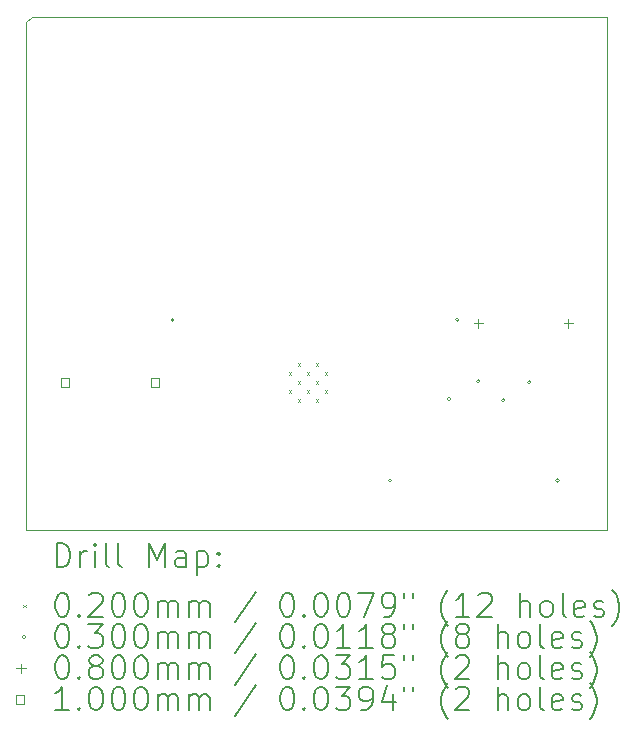
<source format=gbr>
%TF.GenerationSoftware,KiCad,Pcbnew,8.0.8*%
%TF.CreationDate,2025-05-02T10:20:33-04:00*%
%TF.ProjectId,esp32,65737033-322e-46b6-9963-61645f706362,rev?*%
%TF.SameCoordinates,Original*%
%TF.FileFunction,Drillmap*%
%TF.FilePolarity,Positive*%
%FSLAX45Y45*%
G04 Gerber Fmt 4.5, Leading zero omitted, Abs format (unit mm)*
G04 Created by KiCad (PCBNEW 8.0.8) date 2025-05-02 10:20:33*
%MOMM*%
%LPD*%
G01*
G04 APERTURE LIST*
%ADD10C,0.038100*%
%ADD11C,0.200000*%
%ADD12C,0.100000*%
G04 APERTURE END LIST*
D10*
X11390000Y-11150000D02*
X16310000Y-11150000D01*
X11440000Y-6810000D02*
X11390000Y-6850000D01*
X11390000Y-6850000D02*
X11390000Y-11150000D01*
X16310000Y-6810000D02*
X11440000Y-6810000D01*
X16310000Y-11150000D02*
X16310000Y-6810000D01*
D11*
D12*
X13613750Y-9813750D02*
X13633750Y-9833750D01*
X13633750Y-9813750D02*
X13613750Y-9833750D01*
X13613750Y-9966250D02*
X13633750Y-9986250D01*
X13633750Y-9966250D02*
X13613750Y-9986250D01*
X13690000Y-9737500D02*
X13710000Y-9757500D01*
X13710000Y-9737500D02*
X13690000Y-9757500D01*
X13690000Y-9890000D02*
X13710000Y-9910000D01*
X13710000Y-9890000D02*
X13690000Y-9910000D01*
X13690000Y-10042500D02*
X13710000Y-10062500D01*
X13710000Y-10042500D02*
X13690000Y-10062500D01*
X13766250Y-9813750D02*
X13786250Y-9833750D01*
X13786250Y-9813750D02*
X13766250Y-9833750D01*
X13766250Y-9966250D02*
X13786250Y-9986250D01*
X13786250Y-9966250D02*
X13766250Y-9986250D01*
X13842500Y-9737500D02*
X13862500Y-9757500D01*
X13862500Y-9737500D02*
X13842500Y-9757500D01*
X13842500Y-9890000D02*
X13862500Y-9910000D01*
X13862500Y-9890000D02*
X13842500Y-9910000D01*
X13842500Y-10042500D02*
X13862500Y-10062500D01*
X13862500Y-10042500D02*
X13842500Y-10062500D01*
X13918750Y-9813750D02*
X13938750Y-9833750D01*
X13938750Y-9813750D02*
X13918750Y-9833750D01*
X13918750Y-9966250D02*
X13938750Y-9986250D01*
X13938750Y-9966250D02*
X13918750Y-9986250D01*
X12645000Y-9370000D02*
G75*
G02*
X12615000Y-9370000I-15000J0D01*
G01*
X12615000Y-9370000D02*
G75*
G02*
X12645000Y-9370000I15000J0D01*
G01*
X14485000Y-10730000D02*
G75*
G02*
X14455000Y-10730000I-15000J0D01*
G01*
X14455000Y-10730000D02*
G75*
G02*
X14485000Y-10730000I15000J0D01*
G01*
X14985000Y-10040000D02*
G75*
G02*
X14955000Y-10040000I-15000J0D01*
G01*
X14955000Y-10040000D02*
G75*
G02*
X14985000Y-10040000I15000J0D01*
G01*
X15055000Y-9370000D02*
G75*
G02*
X15025000Y-9370000I-15000J0D01*
G01*
X15025000Y-9370000D02*
G75*
G02*
X15055000Y-9370000I15000J0D01*
G01*
X15235000Y-9890000D02*
G75*
G02*
X15205000Y-9890000I-15000J0D01*
G01*
X15205000Y-9890000D02*
G75*
G02*
X15235000Y-9890000I15000J0D01*
G01*
X15445000Y-10050000D02*
G75*
G02*
X15415000Y-10050000I-15000J0D01*
G01*
X15415000Y-10050000D02*
G75*
G02*
X15445000Y-10050000I15000J0D01*
G01*
X15665000Y-9900000D02*
G75*
G02*
X15635000Y-9900000I-15000J0D01*
G01*
X15635000Y-9900000D02*
G75*
G02*
X15665000Y-9900000I15000J0D01*
G01*
X15905000Y-10730000D02*
G75*
G02*
X15875000Y-10730000I-15000J0D01*
G01*
X15875000Y-10730000D02*
G75*
G02*
X15905000Y-10730000I15000J0D01*
G01*
X15219000Y-9360000D02*
X15219000Y-9440000D01*
X15179000Y-9400000D02*
X15259000Y-9400000D01*
X15981000Y-9360000D02*
X15981000Y-9440000D01*
X15941000Y-9400000D02*
X16021000Y-9400000D01*
X11755356Y-9935356D02*
X11755356Y-9864644D01*
X11684644Y-9864644D01*
X11684644Y-9935356D01*
X11755356Y-9935356D01*
X12515356Y-9935356D02*
X12515356Y-9864644D01*
X12444644Y-9864644D01*
X12444644Y-9935356D01*
X12515356Y-9935356D01*
D11*
X11648872Y-11463389D02*
X11648872Y-11263389D01*
X11648872Y-11263389D02*
X11696491Y-11263389D01*
X11696491Y-11263389D02*
X11725062Y-11272913D01*
X11725062Y-11272913D02*
X11744110Y-11291960D01*
X11744110Y-11291960D02*
X11753634Y-11311008D01*
X11753634Y-11311008D02*
X11763157Y-11349103D01*
X11763157Y-11349103D02*
X11763157Y-11377674D01*
X11763157Y-11377674D02*
X11753634Y-11415770D01*
X11753634Y-11415770D02*
X11744110Y-11434817D01*
X11744110Y-11434817D02*
X11725062Y-11453865D01*
X11725062Y-11453865D02*
X11696491Y-11463389D01*
X11696491Y-11463389D02*
X11648872Y-11463389D01*
X11848872Y-11463389D02*
X11848872Y-11330055D01*
X11848872Y-11368151D02*
X11858396Y-11349103D01*
X11858396Y-11349103D02*
X11867919Y-11339579D01*
X11867919Y-11339579D02*
X11886967Y-11330055D01*
X11886967Y-11330055D02*
X11906015Y-11330055D01*
X11972681Y-11463389D02*
X11972681Y-11330055D01*
X11972681Y-11263389D02*
X11963157Y-11272913D01*
X11963157Y-11272913D02*
X11972681Y-11282436D01*
X11972681Y-11282436D02*
X11982205Y-11272913D01*
X11982205Y-11272913D02*
X11972681Y-11263389D01*
X11972681Y-11263389D02*
X11972681Y-11282436D01*
X12096491Y-11463389D02*
X12077443Y-11453865D01*
X12077443Y-11453865D02*
X12067919Y-11434817D01*
X12067919Y-11434817D02*
X12067919Y-11263389D01*
X12201253Y-11463389D02*
X12182205Y-11453865D01*
X12182205Y-11453865D02*
X12172681Y-11434817D01*
X12172681Y-11434817D02*
X12172681Y-11263389D01*
X12429824Y-11463389D02*
X12429824Y-11263389D01*
X12429824Y-11263389D02*
X12496491Y-11406246D01*
X12496491Y-11406246D02*
X12563157Y-11263389D01*
X12563157Y-11263389D02*
X12563157Y-11463389D01*
X12744110Y-11463389D02*
X12744110Y-11358627D01*
X12744110Y-11358627D02*
X12734586Y-11339579D01*
X12734586Y-11339579D02*
X12715538Y-11330055D01*
X12715538Y-11330055D02*
X12677443Y-11330055D01*
X12677443Y-11330055D02*
X12658396Y-11339579D01*
X12744110Y-11453865D02*
X12725062Y-11463389D01*
X12725062Y-11463389D02*
X12677443Y-11463389D01*
X12677443Y-11463389D02*
X12658396Y-11453865D01*
X12658396Y-11453865D02*
X12648872Y-11434817D01*
X12648872Y-11434817D02*
X12648872Y-11415770D01*
X12648872Y-11415770D02*
X12658396Y-11396722D01*
X12658396Y-11396722D02*
X12677443Y-11387198D01*
X12677443Y-11387198D02*
X12725062Y-11387198D01*
X12725062Y-11387198D02*
X12744110Y-11377674D01*
X12839348Y-11330055D02*
X12839348Y-11530055D01*
X12839348Y-11339579D02*
X12858396Y-11330055D01*
X12858396Y-11330055D02*
X12896491Y-11330055D01*
X12896491Y-11330055D02*
X12915538Y-11339579D01*
X12915538Y-11339579D02*
X12925062Y-11349103D01*
X12925062Y-11349103D02*
X12934586Y-11368151D01*
X12934586Y-11368151D02*
X12934586Y-11425293D01*
X12934586Y-11425293D02*
X12925062Y-11444341D01*
X12925062Y-11444341D02*
X12915538Y-11453865D01*
X12915538Y-11453865D02*
X12896491Y-11463389D01*
X12896491Y-11463389D02*
X12858396Y-11463389D01*
X12858396Y-11463389D02*
X12839348Y-11453865D01*
X13020300Y-11444341D02*
X13029824Y-11453865D01*
X13029824Y-11453865D02*
X13020300Y-11463389D01*
X13020300Y-11463389D02*
X13010777Y-11453865D01*
X13010777Y-11453865D02*
X13020300Y-11444341D01*
X13020300Y-11444341D02*
X13020300Y-11463389D01*
X13020300Y-11339579D02*
X13029824Y-11349103D01*
X13029824Y-11349103D02*
X13020300Y-11358627D01*
X13020300Y-11358627D02*
X13010777Y-11349103D01*
X13010777Y-11349103D02*
X13020300Y-11339579D01*
X13020300Y-11339579D02*
X13020300Y-11358627D01*
D12*
X11368095Y-11781905D02*
X11388095Y-11801905D01*
X11388095Y-11781905D02*
X11368095Y-11801905D01*
D11*
X11686967Y-11683389D02*
X11706015Y-11683389D01*
X11706015Y-11683389D02*
X11725062Y-11692913D01*
X11725062Y-11692913D02*
X11734586Y-11702436D01*
X11734586Y-11702436D02*
X11744110Y-11721484D01*
X11744110Y-11721484D02*
X11753634Y-11759579D01*
X11753634Y-11759579D02*
X11753634Y-11807198D01*
X11753634Y-11807198D02*
X11744110Y-11845293D01*
X11744110Y-11845293D02*
X11734586Y-11864341D01*
X11734586Y-11864341D02*
X11725062Y-11873865D01*
X11725062Y-11873865D02*
X11706015Y-11883389D01*
X11706015Y-11883389D02*
X11686967Y-11883389D01*
X11686967Y-11883389D02*
X11667919Y-11873865D01*
X11667919Y-11873865D02*
X11658396Y-11864341D01*
X11658396Y-11864341D02*
X11648872Y-11845293D01*
X11648872Y-11845293D02*
X11639348Y-11807198D01*
X11639348Y-11807198D02*
X11639348Y-11759579D01*
X11639348Y-11759579D02*
X11648872Y-11721484D01*
X11648872Y-11721484D02*
X11658396Y-11702436D01*
X11658396Y-11702436D02*
X11667919Y-11692913D01*
X11667919Y-11692913D02*
X11686967Y-11683389D01*
X11839348Y-11864341D02*
X11848872Y-11873865D01*
X11848872Y-11873865D02*
X11839348Y-11883389D01*
X11839348Y-11883389D02*
X11829824Y-11873865D01*
X11829824Y-11873865D02*
X11839348Y-11864341D01*
X11839348Y-11864341D02*
X11839348Y-11883389D01*
X11925062Y-11702436D02*
X11934586Y-11692913D01*
X11934586Y-11692913D02*
X11953634Y-11683389D01*
X11953634Y-11683389D02*
X12001253Y-11683389D01*
X12001253Y-11683389D02*
X12020300Y-11692913D01*
X12020300Y-11692913D02*
X12029824Y-11702436D01*
X12029824Y-11702436D02*
X12039348Y-11721484D01*
X12039348Y-11721484D02*
X12039348Y-11740532D01*
X12039348Y-11740532D02*
X12029824Y-11769103D01*
X12029824Y-11769103D02*
X11915538Y-11883389D01*
X11915538Y-11883389D02*
X12039348Y-11883389D01*
X12163157Y-11683389D02*
X12182205Y-11683389D01*
X12182205Y-11683389D02*
X12201253Y-11692913D01*
X12201253Y-11692913D02*
X12210777Y-11702436D01*
X12210777Y-11702436D02*
X12220300Y-11721484D01*
X12220300Y-11721484D02*
X12229824Y-11759579D01*
X12229824Y-11759579D02*
X12229824Y-11807198D01*
X12229824Y-11807198D02*
X12220300Y-11845293D01*
X12220300Y-11845293D02*
X12210777Y-11864341D01*
X12210777Y-11864341D02*
X12201253Y-11873865D01*
X12201253Y-11873865D02*
X12182205Y-11883389D01*
X12182205Y-11883389D02*
X12163157Y-11883389D01*
X12163157Y-11883389D02*
X12144110Y-11873865D01*
X12144110Y-11873865D02*
X12134586Y-11864341D01*
X12134586Y-11864341D02*
X12125062Y-11845293D01*
X12125062Y-11845293D02*
X12115538Y-11807198D01*
X12115538Y-11807198D02*
X12115538Y-11759579D01*
X12115538Y-11759579D02*
X12125062Y-11721484D01*
X12125062Y-11721484D02*
X12134586Y-11702436D01*
X12134586Y-11702436D02*
X12144110Y-11692913D01*
X12144110Y-11692913D02*
X12163157Y-11683389D01*
X12353634Y-11683389D02*
X12372681Y-11683389D01*
X12372681Y-11683389D02*
X12391729Y-11692913D01*
X12391729Y-11692913D02*
X12401253Y-11702436D01*
X12401253Y-11702436D02*
X12410777Y-11721484D01*
X12410777Y-11721484D02*
X12420300Y-11759579D01*
X12420300Y-11759579D02*
X12420300Y-11807198D01*
X12420300Y-11807198D02*
X12410777Y-11845293D01*
X12410777Y-11845293D02*
X12401253Y-11864341D01*
X12401253Y-11864341D02*
X12391729Y-11873865D01*
X12391729Y-11873865D02*
X12372681Y-11883389D01*
X12372681Y-11883389D02*
X12353634Y-11883389D01*
X12353634Y-11883389D02*
X12334586Y-11873865D01*
X12334586Y-11873865D02*
X12325062Y-11864341D01*
X12325062Y-11864341D02*
X12315538Y-11845293D01*
X12315538Y-11845293D02*
X12306015Y-11807198D01*
X12306015Y-11807198D02*
X12306015Y-11759579D01*
X12306015Y-11759579D02*
X12315538Y-11721484D01*
X12315538Y-11721484D02*
X12325062Y-11702436D01*
X12325062Y-11702436D02*
X12334586Y-11692913D01*
X12334586Y-11692913D02*
X12353634Y-11683389D01*
X12506015Y-11883389D02*
X12506015Y-11750055D01*
X12506015Y-11769103D02*
X12515538Y-11759579D01*
X12515538Y-11759579D02*
X12534586Y-11750055D01*
X12534586Y-11750055D02*
X12563158Y-11750055D01*
X12563158Y-11750055D02*
X12582205Y-11759579D01*
X12582205Y-11759579D02*
X12591729Y-11778627D01*
X12591729Y-11778627D02*
X12591729Y-11883389D01*
X12591729Y-11778627D02*
X12601253Y-11759579D01*
X12601253Y-11759579D02*
X12620300Y-11750055D01*
X12620300Y-11750055D02*
X12648872Y-11750055D01*
X12648872Y-11750055D02*
X12667919Y-11759579D01*
X12667919Y-11759579D02*
X12677443Y-11778627D01*
X12677443Y-11778627D02*
X12677443Y-11883389D01*
X12772681Y-11883389D02*
X12772681Y-11750055D01*
X12772681Y-11769103D02*
X12782205Y-11759579D01*
X12782205Y-11759579D02*
X12801253Y-11750055D01*
X12801253Y-11750055D02*
X12829824Y-11750055D01*
X12829824Y-11750055D02*
X12848872Y-11759579D01*
X12848872Y-11759579D02*
X12858396Y-11778627D01*
X12858396Y-11778627D02*
X12858396Y-11883389D01*
X12858396Y-11778627D02*
X12867919Y-11759579D01*
X12867919Y-11759579D02*
X12886967Y-11750055D01*
X12886967Y-11750055D02*
X12915538Y-11750055D01*
X12915538Y-11750055D02*
X12934586Y-11759579D01*
X12934586Y-11759579D02*
X12944110Y-11778627D01*
X12944110Y-11778627D02*
X12944110Y-11883389D01*
X13334586Y-11673865D02*
X13163158Y-11931008D01*
X13591729Y-11683389D02*
X13610777Y-11683389D01*
X13610777Y-11683389D02*
X13629824Y-11692913D01*
X13629824Y-11692913D02*
X13639348Y-11702436D01*
X13639348Y-11702436D02*
X13648872Y-11721484D01*
X13648872Y-11721484D02*
X13658396Y-11759579D01*
X13658396Y-11759579D02*
X13658396Y-11807198D01*
X13658396Y-11807198D02*
X13648872Y-11845293D01*
X13648872Y-11845293D02*
X13639348Y-11864341D01*
X13639348Y-11864341D02*
X13629824Y-11873865D01*
X13629824Y-11873865D02*
X13610777Y-11883389D01*
X13610777Y-11883389D02*
X13591729Y-11883389D01*
X13591729Y-11883389D02*
X13572681Y-11873865D01*
X13572681Y-11873865D02*
X13563158Y-11864341D01*
X13563158Y-11864341D02*
X13553634Y-11845293D01*
X13553634Y-11845293D02*
X13544110Y-11807198D01*
X13544110Y-11807198D02*
X13544110Y-11759579D01*
X13544110Y-11759579D02*
X13553634Y-11721484D01*
X13553634Y-11721484D02*
X13563158Y-11702436D01*
X13563158Y-11702436D02*
X13572681Y-11692913D01*
X13572681Y-11692913D02*
X13591729Y-11683389D01*
X13744110Y-11864341D02*
X13753634Y-11873865D01*
X13753634Y-11873865D02*
X13744110Y-11883389D01*
X13744110Y-11883389D02*
X13734586Y-11873865D01*
X13734586Y-11873865D02*
X13744110Y-11864341D01*
X13744110Y-11864341D02*
X13744110Y-11883389D01*
X13877443Y-11683389D02*
X13896491Y-11683389D01*
X13896491Y-11683389D02*
X13915539Y-11692913D01*
X13915539Y-11692913D02*
X13925062Y-11702436D01*
X13925062Y-11702436D02*
X13934586Y-11721484D01*
X13934586Y-11721484D02*
X13944110Y-11759579D01*
X13944110Y-11759579D02*
X13944110Y-11807198D01*
X13944110Y-11807198D02*
X13934586Y-11845293D01*
X13934586Y-11845293D02*
X13925062Y-11864341D01*
X13925062Y-11864341D02*
X13915539Y-11873865D01*
X13915539Y-11873865D02*
X13896491Y-11883389D01*
X13896491Y-11883389D02*
X13877443Y-11883389D01*
X13877443Y-11883389D02*
X13858396Y-11873865D01*
X13858396Y-11873865D02*
X13848872Y-11864341D01*
X13848872Y-11864341D02*
X13839348Y-11845293D01*
X13839348Y-11845293D02*
X13829824Y-11807198D01*
X13829824Y-11807198D02*
X13829824Y-11759579D01*
X13829824Y-11759579D02*
X13839348Y-11721484D01*
X13839348Y-11721484D02*
X13848872Y-11702436D01*
X13848872Y-11702436D02*
X13858396Y-11692913D01*
X13858396Y-11692913D02*
X13877443Y-11683389D01*
X14067920Y-11683389D02*
X14086967Y-11683389D01*
X14086967Y-11683389D02*
X14106015Y-11692913D01*
X14106015Y-11692913D02*
X14115539Y-11702436D01*
X14115539Y-11702436D02*
X14125062Y-11721484D01*
X14125062Y-11721484D02*
X14134586Y-11759579D01*
X14134586Y-11759579D02*
X14134586Y-11807198D01*
X14134586Y-11807198D02*
X14125062Y-11845293D01*
X14125062Y-11845293D02*
X14115539Y-11864341D01*
X14115539Y-11864341D02*
X14106015Y-11873865D01*
X14106015Y-11873865D02*
X14086967Y-11883389D01*
X14086967Y-11883389D02*
X14067920Y-11883389D01*
X14067920Y-11883389D02*
X14048872Y-11873865D01*
X14048872Y-11873865D02*
X14039348Y-11864341D01*
X14039348Y-11864341D02*
X14029824Y-11845293D01*
X14029824Y-11845293D02*
X14020301Y-11807198D01*
X14020301Y-11807198D02*
X14020301Y-11759579D01*
X14020301Y-11759579D02*
X14029824Y-11721484D01*
X14029824Y-11721484D02*
X14039348Y-11702436D01*
X14039348Y-11702436D02*
X14048872Y-11692913D01*
X14048872Y-11692913D02*
X14067920Y-11683389D01*
X14201253Y-11683389D02*
X14334586Y-11683389D01*
X14334586Y-11683389D02*
X14248872Y-11883389D01*
X14420301Y-11883389D02*
X14458396Y-11883389D01*
X14458396Y-11883389D02*
X14477443Y-11873865D01*
X14477443Y-11873865D02*
X14486967Y-11864341D01*
X14486967Y-11864341D02*
X14506015Y-11835770D01*
X14506015Y-11835770D02*
X14515539Y-11797674D01*
X14515539Y-11797674D02*
X14515539Y-11721484D01*
X14515539Y-11721484D02*
X14506015Y-11702436D01*
X14506015Y-11702436D02*
X14496491Y-11692913D01*
X14496491Y-11692913D02*
X14477443Y-11683389D01*
X14477443Y-11683389D02*
X14439348Y-11683389D01*
X14439348Y-11683389D02*
X14420301Y-11692913D01*
X14420301Y-11692913D02*
X14410777Y-11702436D01*
X14410777Y-11702436D02*
X14401253Y-11721484D01*
X14401253Y-11721484D02*
X14401253Y-11769103D01*
X14401253Y-11769103D02*
X14410777Y-11788151D01*
X14410777Y-11788151D02*
X14420301Y-11797674D01*
X14420301Y-11797674D02*
X14439348Y-11807198D01*
X14439348Y-11807198D02*
X14477443Y-11807198D01*
X14477443Y-11807198D02*
X14496491Y-11797674D01*
X14496491Y-11797674D02*
X14506015Y-11788151D01*
X14506015Y-11788151D02*
X14515539Y-11769103D01*
X14591729Y-11683389D02*
X14591729Y-11721484D01*
X14667920Y-11683389D02*
X14667920Y-11721484D01*
X14963158Y-11959579D02*
X14953634Y-11950055D01*
X14953634Y-11950055D02*
X14934586Y-11921484D01*
X14934586Y-11921484D02*
X14925063Y-11902436D01*
X14925063Y-11902436D02*
X14915539Y-11873865D01*
X14915539Y-11873865D02*
X14906015Y-11826246D01*
X14906015Y-11826246D02*
X14906015Y-11788151D01*
X14906015Y-11788151D02*
X14915539Y-11740532D01*
X14915539Y-11740532D02*
X14925063Y-11711960D01*
X14925063Y-11711960D02*
X14934586Y-11692913D01*
X14934586Y-11692913D02*
X14953634Y-11664341D01*
X14953634Y-11664341D02*
X14963158Y-11654817D01*
X15144110Y-11883389D02*
X15029824Y-11883389D01*
X15086967Y-11883389D02*
X15086967Y-11683389D01*
X15086967Y-11683389D02*
X15067920Y-11711960D01*
X15067920Y-11711960D02*
X15048872Y-11731008D01*
X15048872Y-11731008D02*
X15029824Y-11740532D01*
X15220301Y-11702436D02*
X15229824Y-11692913D01*
X15229824Y-11692913D02*
X15248872Y-11683389D01*
X15248872Y-11683389D02*
X15296491Y-11683389D01*
X15296491Y-11683389D02*
X15315539Y-11692913D01*
X15315539Y-11692913D02*
X15325063Y-11702436D01*
X15325063Y-11702436D02*
X15334586Y-11721484D01*
X15334586Y-11721484D02*
X15334586Y-11740532D01*
X15334586Y-11740532D02*
X15325063Y-11769103D01*
X15325063Y-11769103D02*
X15210777Y-11883389D01*
X15210777Y-11883389D02*
X15334586Y-11883389D01*
X15572682Y-11883389D02*
X15572682Y-11683389D01*
X15658396Y-11883389D02*
X15658396Y-11778627D01*
X15658396Y-11778627D02*
X15648872Y-11759579D01*
X15648872Y-11759579D02*
X15629825Y-11750055D01*
X15629825Y-11750055D02*
X15601253Y-11750055D01*
X15601253Y-11750055D02*
X15582205Y-11759579D01*
X15582205Y-11759579D02*
X15572682Y-11769103D01*
X15782205Y-11883389D02*
X15763158Y-11873865D01*
X15763158Y-11873865D02*
X15753634Y-11864341D01*
X15753634Y-11864341D02*
X15744110Y-11845293D01*
X15744110Y-11845293D02*
X15744110Y-11788151D01*
X15744110Y-11788151D02*
X15753634Y-11769103D01*
X15753634Y-11769103D02*
X15763158Y-11759579D01*
X15763158Y-11759579D02*
X15782205Y-11750055D01*
X15782205Y-11750055D02*
X15810777Y-11750055D01*
X15810777Y-11750055D02*
X15829825Y-11759579D01*
X15829825Y-11759579D02*
X15839348Y-11769103D01*
X15839348Y-11769103D02*
X15848872Y-11788151D01*
X15848872Y-11788151D02*
X15848872Y-11845293D01*
X15848872Y-11845293D02*
X15839348Y-11864341D01*
X15839348Y-11864341D02*
X15829825Y-11873865D01*
X15829825Y-11873865D02*
X15810777Y-11883389D01*
X15810777Y-11883389D02*
X15782205Y-11883389D01*
X15963158Y-11883389D02*
X15944110Y-11873865D01*
X15944110Y-11873865D02*
X15934586Y-11854817D01*
X15934586Y-11854817D02*
X15934586Y-11683389D01*
X16115539Y-11873865D02*
X16096491Y-11883389D01*
X16096491Y-11883389D02*
X16058396Y-11883389D01*
X16058396Y-11883389D02*
X16039348Y-11873865D01*
X16039348Y-11873865D02*
X16029825Y-11854817D01*
X16029825Y-11854817D02*
X16029825Y-11778627D01*
X16029825Y-11778627D02*
X16039348Y-11759579D01*
X16039348Y-11759579D02*
X16058396Y-11750055D01*
X16058396Y-11750055D02*
X16096491Y-11750055D01*
X16096491Y-11750055D02*
X16115539Y-11759579D01*
X16115539Y-11759579D02*
X16125063Y-11778627D01*
X16125063Y-11778627D02*
X16125063Y-11797674D01*
X16125063Y-11797674D02*
X16029825Y-11816722D01*
X16201253Y-11873865D02*
X16220301Y-11883389D01*
X16220301Y-11883389D02*
X16258396Y-11883389D01*
X16258396Y-11883389D02*
X16277444Y-11873865D01*
X16277444Y-11873865D02*
X16286967Y-11854817D01*
X16286967Y-11854817D02*
X16286967Y-11845293D01*
X16286967Y-11845293D02*
X16277444Y-11826246D01*
X16277444Y-11826246D02*
X16258396Y-11816722D01*
X16258396Y-11816722D02*
X16229825Y-11816722D01*
X16229825Y-11816722D02*
X16210777Y-11807198D01*
X16210777Y-11807198D02*
X16201253Y-11788151D01*
X16201253Y-11788151D02*
X16201253Y-11778627D01*
X16201253Y-11778627D02*
X16210777Y-11759579D01*
X16210777Y-11759579D02*
X16229825Y-11750055D01*
X16229825Y-11750055D02*
X16258396Y-11750055D01*
X16258396Y-11750055D02*
X16277444Y-11759579D01*
X16353634Y-11959579D02*
X16363158Y-11950055D01*
X16363158Y-11950055D02*
X16382206Y-11921484D01*
X16382206Y-11921484D02*
X16391729Y-11902436D01*
X16391729Y-11902436D02*
X16401253Y-11873865D01*
X16401253Y-11873865D02*
X16410777Y-11826246D01*
X16410777Y-11826246D02*
X16410777Y-11788151D01*
X16410777Y-11788151D02*
X16401253Y-11740532D01*
X16401253Y-11740532D02*
X16391729Y-11711960D01*
X16391729Y-11711960D02*
X16382206Y-11692913D01*
X16382206Y-11692913D02*
X16363158Y-11664341D01*
X16363158Y-11664341D02*
X16353634Y-11654817D01*
D12*
X11388095Y-12055905D02*
G75*
G02*
X11358095Y-12055905I-15000J0D01*
G01*
X11358095Y-12055905D02*
G75*
G02*
X11388095Y-12055905I15000J0D01*
G01*
D11*
X11686967Y-11947389D02*
X11706015Y-11947389D01*
X11706015Y-11947389D02*
X11725062Y-11956913D01*
X11725062Y-11956913D02*
X11734586Y-11966436D01*
X11734586Y-11966436D02*
X11744110Y-11985484D01*
X11744110Y-11985484D02*
X11753634Y-12023579D01*
X11753634Y-12023579D02*
X11753634Y-12071198D01*
X11753634Y-12071198D02*
X11744110Y-12109293D01*
X11744110Y-12109293D02*
X11734586Y-12128341D01*
X11734586Y-12128341D02*
X11725062Y-12137865D01*
X11725062Y-12137865D02*
X11706015Y-12147389D01*
X11706015Y-12147389D02*
X11686967Y-12147389D01*
X11686967Y-12147389D02*
X11667919Y-12137865D01*
X11667919Y-12137865D02*
X11658396Y-12128341D01*
X11658396Y-12128341D02*
X11648872Y-12109293D01*
X11648872Y-12109293D02*
X11639348Y-12071198D01*
X11639348Y-12071198D02*
X11639348Y-12023579D01*
X11639348Y-12023579D02*
X11648872Y-11985484D01*
X11648872Y-11985484D02*
X11658396Y-11966436D01*
X11658396Y-11966436D02*
X11667919Y-11956913D01*
X11667919Y-11956913D02*
X11686967Y-11947389D01*
X11839348Y-12128341D02*
X11848872Y-12137865D01*
X11848872Y-12137865D02*
X11839348Y-12147389D01*
X11839348Y-12147389D02*
X11829824Y-12137865D01*
X11829824Y-12137865D02*
X11839348Y-12128341D01*
X11839348Y-12128341D02*
X11839348Y-12147389D01*
X11915538Y-11947389D02*
X12039348Y-11947389D01*
X12039348Y-11947389D02*
X11972681Y-12023579D01*
X11972681Y-12023579D02*
X12001253Y-12023579D01*
X12001253Y-12023579D02*
X12020300Y-12033103D01*
X12020300Y-12033103D02*
X12029824Y-12042627D01*
X12029824Y-12042627D02*
X12039348Y-12061674D01*
X12039348Y-12061674D02*
X12039348Y-12109293D01*
X12039348Y-12109293D02*
X12029824Y-12128341D01*
X12029824Y-12128341D02*
X12020300Y-12137865D01*
X12020300Y-12137865D02*
X12001253Y-12147389D01*
X12001253Y-12147389D02*
X11944110Y-12147389D01*
X11944110Y-12147389D02*
X11925062Y-12137865D01*
X11925062Y-12137865D02*
X11915538Y-12128341D01*
X12163157Y-11947389D02*
X12182205Y-11947389D01*
X12182205Y-11947389D02*
X12201253Y-11956913D01*
X12201253Y-11956913D02*
X12210777Y-11966436D01*
X12210777Y-11966436D02*
X12220300Y-11985484D01*
X12220300Y-11985484D02*
X12229824Y-12023579D01*
X12229824Y-12023579D02*
X12229824Y-12071198D01*
X12229824Y-12071198D02*
X12220300Y-12109293D01*
X12220300Y-12109293D02*
X12210777Y-12128341D01*
X12210777Y-12128341D02*
X12201253Y-12137865D01*
X12201253Y-12137865D02*
X12182205Y-12147389D01*
X12182205Y-12147389D02*
X12163157Y-12147389D01*
X12163157Y-12147389D02*
X12144110Y-12137865D01*
X12144110Y-12137865D02*
X12134586Y-12128341D01*
X12134586Y-12128341D02*
X12125062Y-12109293D01*
X12125062Y-12109293D02*
X12115538Y-12071198D01*
X12115538Y-12071198D02*
X12115538Y-12023579D01*
X12115538Y-12023579D02*
X12125062Y-11985484D01*
X12125062Y-11985484D02*
X12134586Y-11966436D01*
X12134586Y-11966436D02*
X12144110Y-11956913D01*
X12144110Y-11956913D02*
X12163157Y-11947389D01*
X12353634Y-11947389D02*
X12372681Y-11947389D01*
X12372681Y-11947389D02*
X12391729Y-11956913D01*
X12391729Y-11956913D02*
X12401253Y-11966436D01*
X12401253Y-11966436D02*
X12410777Y-11985484D01*
X12410777Y-11985484D02*
X12420300Y-12023579D01*
X12420300Y-12023579D02*
X12420300Y-12071198D01*
X12420300Y-12071198D02*
X12410777Y-12109293D01*
X12410777Y-12109293D02*
X12401253Y-12128341D01*
X12401253Y-12128341D02*
X12391729Y-12137865D01*
X12391729Y-12137865D02*
X12372681Y-12147389D01*
X12372681Y-12147389D02*
X12353634Y-12147389D01*
X12353634Y-12147389D02*
X12334586Y-12137865D01*
X12334586Y-12137865D02*
X12325062Y-12128341D01*
X12325062Y-12128341D02*
X12315538Y-12109293D01*
X12315538Y-12109293D02*
X12306015Y-12071198D01*
X12306015Y-12071198D02*
X12306015Y-12023579D01*
X12306015Y-12023579D02*
X12315538Y-11985484D01*
X12315538Y-11985484D02*
X12325062Y-11966436D01*
X12325062Y-11966436D02*
X12334586Y-11956913D01*
X12334586Y-11956913D02*
X12353634Y-11947389D01*
X12506015Y-12147389D02*
X12506015Y-12014055D01*
X12506015Y-12033103D02*
X12515538Y-12023579D01*
X12515538Y-12023579D02*
X12534586Y-12014055D01*
X12534586Y-12014055D02*
X12563158Y-12014055D01*
X12563158Y-12014055D02*
X12582205Y-12023579D01*
X12582205Y-12023579D02*
X12591729Y-12042627D01*
X12591729Y-12042627D02*
X12591729Y-12147389D01*
X12591729Y-12042627D02*
X12601253Y-12023579D01*
X12601253Y-12023579D02*
X12620300Y-12014055D01*
X12620300Y-12014055D02*
X12648872Y-12014055D01*
X12648872Y-12014055D02*
X12667919Y-12023579D01*
X12667919Y-12023579D02*
X12677443Y-12042627D01*
X12677443Y-12042627D02*
X12677443Y-12147389D01*
X12772681Y-12147389D02*
X12772681Y-12014055D01*
X12772681Y-12033103D02*
X12782205Y-12023579D01*
X12782205Y-12023579D02*
X12801253Y-12014055D01*
X12801253Y-12014055D02*
X12829824Y-12014055D01*
X12829824Y-12014055D02*
X12848872Y-12023579D01*
X12848872Y-12023579D02*
X12858396Y-12042627D01*
X12858396Y-12042627D02*
X12858396Y-12147389D01*
X12858396Y-12042627D02*
X12867919Y-12023579D01*
X12867919Y-12023579D02*
X12886967Y-12014055D01*
X12886967Y-12014055D02*
X12915538Y-12014055D01*
X12915538Y-12014055D02*
X12934586Y-12023579D01*
X12934586Y-12023579D02*
X12944110Y-12042627D01*
X12944110Y-12042627D02*
X12944110Y-12147389D01*
X13334586Y-11937865D02*
X13163158Y-12195008D01*
X13591729Y-11947389D02*
X13610777Y-11947389D01*
X13610777Y-11947389D02*
X13629824Y-11956913D01*
X13629824Y-11956913D02*
X13639348Y-11966436D01*
X13639348Y-11966436D02*
X13648872Y-11985484D01*
X13648872Y-11985484D02*
X13658396Y-12023579D01*
X13658396Y-12023579D02*
X13658396Y-12071198D01*
X13658396Y-12071198D02*
X13648872Y-12109293D01*
X13648872Y-12109293D02*
X13639348Y-12128341D01*
X13639348Y-12128341D02*
X13629824Y-12137865D01*
X13629824Y-12137865D02*
X13610777Y-12147389D01*
X13610777Y-12147389D02*
X13591729Y-12147389D01*
X13591729Y-12147389D02*
X13572681Y-12137865D01*
X13572681Y-12137865D02*
X13563158Y-12128341D01*
X13563158Y-12128341D02*
X13553634Y-12109293D01*
X13553634Y-12109293D02*
X13544110Y-12071198D01*
X13544110Y-12071198D02*
X13544110Y-12023579D01*
X13544110Y-12023579D02*
X13553634Y-11985484D01*
X13553634Y-11985484D02*
X13563158Y-11966436D01*
X13563158Y-11966436D02*
X13572681Y-11956913D01*
X13572681Y-11956913D02*
X13591729Y-11947389D01*
X13744110Y-12128341D02*
X13753634Y-12137865D01*
X13753634Y-12137865D02*
X13744110Y-12147389D01*
X13744110Y-12147389D02*
X13734586Y-12137865D01*
X13734586Y-12137865D02*
X13744110Y-12128341D01*
X13744110Y-12128341D02*
X13744110Y-12147389D01*
X13877443Y-11947389D02*
X13896491Y-11947389D01*
X13896491Y-11947389D02*
X13915539Y-11956913D01*
X13915539Y-11956913D02*
X13925062Y-11966436D01*
X13925062Y-11966436D02*
X13934586Y-11985484D01*
X13934586Y-11985484D02*
X13944110Y-12023579D01*
X13944110Y-12023579D02*
X13944110Y-12071198D01*
X13944110Y-12071198D02*
X13934586Y-12109293D01*
X13934586Y-12109293D02*
X13925062Y-12128341D01*
X13925062Y-12128341D02*
X13915539Y-12137865D01*
X13915539Y-12137865D02*
X13896491Y-12147389D01*
X13896491Y-12147389D02*
X13877443Y-12147389D01*
X13877443Y-12147389D02*
X13858396Y-12137865D01*
X13858396Y-12137865D02*
X13848872Y-12128341D01*
X13848872Y-12128341D02*
X13839348Y-12109293D01*
X13839348Y-12109293D02*
X13829824Y-12071198D01*
X13829824Y-12071198D02*
X13829824Y-12023579D01*
X13829824Y-12023579D02*
X13839348Y-11985484D01*
X13839348Y-11985484D02*
X13848872Y-11966436D01*
X13848872Y-11966436D02*
X13858396Y-11956913D01*
X13858396Y-11956913D02*
X13877443Y-11947389D01*
X14134586Y-12147389D02*
X14020301Y-12147389D01*
X14077443Y-12147389D02*
X14077443Y-11947389D01*
X14077443Y-11947389D02*
X14058396Y-11975960D01*
X14058396Y-11975960D02*
X14039348Y-11995008D01*
X14039348Y-11995008D02*
X14020301Y-12004532D01*
X14325062Y-12147389D02*
X14210777Y-12147389D01*
X14267920Y-12147389D02*
X14267920Y-11947389D01*
X14267920Y-11947389D02*
X14248872Y-11975960D01*
X14248872Y-11975960D02*
X14229824Y-11995008D01*
X14229824Y-11995008D02*
X14210777Y-12004532D01*
X14439348Y-12033103D02*
X14420301Y-12023579D01*
X14420301Y-12023579D02*
X14410777Y-12014055D01*
X14410777Y-12014055D02*
X14401253Y-11995008D01*
X14401253Y-11995008D02*
X14401253Y-11985484D01*
X14401253Y-11985484D02*
X14410777Y-11966436D01*
X14410777Y-11966436D02*
X14420301Y-11956913D01*
X14420301Y-11956913D02*
X14439348Y-11947389D01*
X14439348Y-11947389D02*
X14477443Y-11947389D01*
X14477443Y-11947389D02*
X14496491Y-11956913D01*
X14496491Y-11956913D02*
X14506015Y-11966436D01*
X14506015Y-11966436D02*
X14515539Y-11985484D01*
X14515539Y-11985484D02*
X14515539Y-11995008D01*
X14515539Y-11995008D02*
X14506015Y-12014055D01*
X14506015Y-12014055D02*
X14496491Y-12023579D01*
X14496491Y-12023579D02*
X14477443Y-12033103D01*
X14477443Y-12033103D02*
X14439348Y-12033103D01*
X14439348Y-12033103D02*
X14420301Y-12042627D01*
X14420301Y-12042627D02*
X14410777Y-12052151D01*
X14410777Y-12052151D02*
X14401253Y-12071198D01*
X14401253Y-12071198D02*
X14401253Y-12109293D01*
X14401253Y-12109293D02*
X14410777Y-12128341D01*
X14410777Y-12128341D02*
X14420301Y-12137865D01*
X14420301Y-12137865D02*
X14439348Y-12147389D01*
X14439348Y-12147389D02*
X14477443Y-12147389D01*
X14477443Y-12147389D02*
X14496491Y-12137865D01*
X14496491Y-12137865D02*
X14506015Y-12128341D01*
X14506015Y-12128341D02*
X14515539Y-12109293D01*
X14515539Y-12109293D02*
X14515539Y-12071198D01*
X14515539Y-12071198D02*
X14506015Y-12052151D01*
X14506015Y-12052151D02*
X14496491Y-12042627D01*
X14496491Y-12042627D02*
X14477443Y-12033103D01*
X14591729Y-11947389D02*
X14591729Y-11985484D01*
X14667920Y-11947389D02*
X14667920Y-11985484D01*
X14963158Y-12223579D02*
X14953634Y-12214055D01*
X14953634Y-12214055D02*
X14934586Y-12185484D01*
X14934586Y-12185484D02*
X14925063Y-12166436D01*
X14925063Y-12166436D02*
X14915539Y-12137865D01*
X14915539Y-12137865D02*
X14906015Y-12090246D01*
X14906015Y-12090246D02*
X14906015Y-12052151D01*
X14906015Y-12052151D02*
X14915539Y-12004532D01*
X14915539Y-12004532D02*
X14925063Y-11975960D01*
X14925063Y-11975960D02*
X14934586Y-11956913D01*
X14934586Y-11956913D02*
X14953634Y-11928341D01*
X14953634Y-11928341D02*
X14963158Y-11918817D01*
X15067920Y-12033103D02*
X15048872Y-12023579D01*
X15048872Y-12023579D02*
X15039348Y-12014055D01*
X15039348Y-12014055D02*
X15029824Y-11995008D01*
X15029824Y-11995008D02*
X15029824Y-11985484D01*
X15029824Y-11985484D02*
X15039348Y-11966436D01*
X15039348Y-11966436D02*
X15048872Y-11956913D01*
X15048872Y-11956913D02*
X15067920Y-11947389D01*
X15067920Y-11947389D02*
X15106015Y-11947389D01*
X15106015Y-11947389D02*
X15125063Y-11956913D01*
X15125063Y-11956913D02*
X15134586Y-11966436D01*
X15134586Y-11966436D02*
X15144110Y-11985484D01*
X15144110Y-11985484D02*
X15144110Y-11995008D01*
X15144110Y-11995008D02*
X15134586Y-12014055D01*
X15134586Y-12014055D02*
X15125063Y-12023579D01*
X15125063Y-12023579D02*
X15106015Y-12033103D01*
X15106015Y-12033103D02*
X15067920Y-12033103D01*
X15067920Y-12033103D02*
X15048872Y-12042627D01*
X15048872Y-12042627D02*
X15039348Y-12052151D01*
X15039348Y-12052151D02*
X15029824Y-12071198D01*
X15029824Y-12071198D02*
X15029824Y-12109293D01*
X15029824Y-12109293D02*
X15039348Y-12128341D01*
X15039348Y-12128341D02*
X15048872Y-12137865D01*
X15048872Y-12137865D02*
X15067920Y-12147389D01*
X15067920Y-12147389D02*
X15106015Y-12147389D01*
X15106015Y-12147389D02*
X15125063Y-12137865D01*
X15125063Y-12137865D02*
X15134586Y-12128341D01*
X15134586Y-12128341D02*
X15144110Y-12109293D01*
X15144110Y-12109293D02*
X15144110Y-12071198D01*
X15144110Y-12071198D02*
X15134586Y-12052151D01*
X15134586Y-12052151D02*
X15125063Y-12042627D01*
X15125063Y-12042627D02*
X15106015Y-12033103D01*
X15382205Y-12147389D02*
X15382205Y-11947389D01*
X15467920Y-12147389D02*
X15467920Y-12042627D01*
X15467920Y-12042627D02*
X15458396Y-12023579D01*
X15458396Y-12023579D02*
X15439348Y-12014055D01*
X15439348Y-12014055D02*
X15410777Y-12014055D01*
X15410777Y-12014055D02*
X15391729Y-12023579D01*
X15391729Y-12023579D02*
X15382205Y-12033103D01*
X15591729Y-12147389D02*
X15572682Y-12137865D01*
X15572682Y-12137865D02*
X15563158Y-12128341D01*
X15563158Y-12128341D02*
X15553634Y-12109293D01*
X15553634Y-12109293D02*
X15553634Y-12052151D01*
X15553634Y-12052151D02*
X15563158Y-12033103D01*
X15563158Y-12033103D02*
X15572682Y-12023579D01*
X15572682Y-12023579D02*
X15591729Y-12014055D01*
X15591729Y-12014055D02*
X15620301Y-12014055D01*
X15620301Y-12014055D02*
X15639348Y-12023579D01*
X15639348Y-12023579D02*
X15648872Y-12033103D01*
X15648872Y-12033103D02*
X15658396Y-12052151D01*
X15658396Y-12052151D02*
X15658396Y-12109293D01*
X15658396Y-12109293D02*
X15648872Y-12128341D01*
X15648872Y-12128341D02*
X15639348Y-12137865D01*
X15639348Y-12137865D02*
X15620301Y-12147389D01*
X15620301Y-12147389D02*
X15591729Y-12147389D01*
X15772682Y-12147389D02*
X15753634Y-12137865D01*
X15753634Y-12137865D02*
X15744110Y-12118817D01*
X15744110Y-12118817D02*
X15744110Y-11947389D01*
X15925063Y-12137865D02*
X15906015Y-12147389D01*
X15906015Y-12147389D02*
X15867920Y-12147389D01*
X15867920Y-12147389D02*
X15848872Y-12137865D01*
X15848872Y-12137865D02*
X15839348Y-12118817D01*
X15839348Y-12118817D02*
X15839348Y-12042627D01*
X15839348Y-12042627D02*
X15848872Y-12023579D01*
X15848872Y-12023579D02*
X15867920Y-12014055D01*
X15867920Y-12014055D02*
X15906015Y-12014055D01*
X15906015Y-12014055D02*
X15925063Y-12023579D01*
X15925063Y-12023579D02*
X15934586Y-12042627D01*
X15934586Y-12042627D02*
X15934586Y-12061674D01*
X15934586Y-12061674D02*
X15839348Y-12080722D01*
X16010777Y-12137865D02*
X16029825Y-12147389D01*
X16029825Y-12147389D02*
X16067920Y-12147389D01*
X16067920Y-12147389D02*
X16086967Y-12137865D01*
X16086967Y-12137865D02*
X16096491Y-12118817D01*
X16096491Y-12118817D02*
X16096491Y-12109293D01*
X16096491Y-12109293D02*
X16086967Y-12090246D01*
X16086967Y-12090246D02*
X16067920Y-12080722D01*
X16067920Y-12080722D02*
X16039348Y-12080722D01*
X16039348Y-12080722D02*
X16020301Y-12071198D01*
X16020301Y-12071198D02*
X16010777Y-12052151D01*
X16010777Y-12052151D02*
X16010777Y-12042627D01*
X16010777Y-12042627D02*
X16020301Y-12023579D01*
X16020301Y-12023579D02*
X16039348Y-12014055D01*
X16039348Y-12014055D02*
X16067920Y-12014055D01*
X16067920Y-12014055D02*
X16086967Y-12023579D01*
X16163158Y-12223579D02*
X16172682Y-12214055D01*
X16172682Y-12214055D02*
X16191729Y-12185484D01*
X16191729Y-12185484D02*
X16201253Y-12166436D01*
X16201253Y-12166436D02*
X16210777Y-12137865D01*
X16210777Y-12137865D02*
X16220301Y-12090246D01*
X16220301Y-12090246D02*
X16220301Y-12052151D01*
X16220301Y-12052151D02*
X16210777Y-12004532D01*
X16210777Y-12004532D02*
X16201253Y-11975960D01*
X16201253Y-11975960D02*
X16191729Y-11956913D01*
X16191729Y-11956913D02*
X16172682Y-11928341D01*
X16172682Y-11928341D02*
X16163158Y-11918817D01*
D12*
X11348095Y-12279905D02*
X11348095Y-12359905D01*
X11308095Y-12319905D02*
X11388095Y-12319905D01*
D11*
X11686967Y-12211389D02*
X11706015Y-12211389D01*
X11706015Y-12211389D02*
X11725062Y-12220913D01*
X11725062Y-12220913D02*
X11734586Y-12230436D01*
X11734586Y-12230436D02*
X11744110Y-12249484D01*
X11744110Y-12249484D02*
X11753634Y-12287579D01*
X11753634Y-12287579D02*
X11753634Y-12335198D01*
X11753634Y-12335198D02*
X11744110Y-12373293D01*
X11744110Y-12373293D02*
X11734586Y-12392341D01*
X11734586Y-12392341D02*
X11725062Y-12401865D01*
X11725062Y-12401865D02*
X11706015Y-12411389D01*
X11706015Y-12411389D02*
X11686967Y-12411389D01*
X11686967Y-12411389D02*
X11667919Y-12401865D01*
X11667919Y-12401865D02*
X11658396Y-12392341D01*
X11658396Y-12392341D02*
X11648872Y-12373293D01*
X11648872Y-12373293D02*
X11639348Y-12335198D01*
X11639348Y-12335198D02*
X11639348Y-12287579D01*
X11639348Y-12287579D02*
X11648872Y-12249484D01*
X11648872Y-12249484D02*
X11658396Y-12230436D01*
X11658396Y-12230436D02*
X11667919Y-12220913D01*
X11667919Y-12220913D02*
X11686967Y-12211389D01*
X11839348Y-12392341D02*
X11848872Y-12401865D01*
X11848872Y-12401865D02*
X11839348Y-12411389D01*
X11839348Y-12411389D02*
X11829824Y-12401865D01*
X11829824Y-12401865D02*
X11839348Y-12392341D01*
X11839348Y-12392341D02*
X11839348Y-12411389D01*
X11963157Y-12297103D02*
X11944110Y-12287579D01*
X11944110Y-12287579D02*
X11934586Y-12278055D01*
X11934586Y-12278055D02*
X11925062Y-12259008D01*
X11925062Y-12259008D02*
X11925062Y-12249484D01*
X11925062Y-12249484D02*
X11934586Y-12230436D01*
X11934586Y-12230436D02*
X11944110Y-12220913D01*
X11944110Y-12220913D02*
X11963157Y-12211389D01*
X11963157Y-12211389D02*
X12001253Y-12211389D01*
X12001253Y-12211389D02*
X12020300Y-12220913D01*
X12020300Y-12220913D02*
X12029824Y-12230436D01*
X12029824Y-12230436D02*
X12039348Y-12249484D01*
X12039348Y-12249484D02*
X12039348Y-12259008D01*
X12039348Y-12259008D02*
X12029824Y-12278055D01*
X12029824Y-12278055D02*
X12020300Y-12287579D01*
X12020300Y-12287579D02*
X12001253Y-12297103D01*
X12001253Y-12297103D02*
X11963157Y-12297103D01*
X11963157Y-12297103D02*
X11944110Y-12306627D01*
X11944110Y-12306627D02*
X11934586Y-12316151D01*
X11934586Y-12316151D02*
X11925062Y-12335198D01*
X11925062Y-12335198D02*
X11925062Y-12373293D01*
X11925062Y-12373293D02*
X11934586Y-12392341D01*
X11934586Y-12392341D02*
X11944110Y-12401865D01*
X11944110Y-12401865D02*
X11963157Y-12411389D01*
X11963157Y-12411389D02*
X12001253Y-12411389D01*
X12001253Y-12411389D02*
X12020300Y-12401865D01*
X12020300Y-12401865D02*
X12029824Y-12392341D01*
X12029824Y-12392341D02*
X12039348Y-12373293D01*
X12039348Y-12373293D02*
X12039348Y-12335198D01*
X12039348Y-12335198D02*
X12029824Y-12316151D01*
X12029824Y-12316151D02*
X12020300Y-12306627D01*
X12020300Y-12306627D02*
X12001253Y-12297103D01*
X12163157Y-12211389D02*
X12182205Y-12211389D01*
X12182205Y-12211389D02*
X12201253Y-12220913D01*
X12201253Y-12220913D02*
X12210777Y-12230436D01*
X12210777Y-12230436D02*
X12220300Y-12249484D01*
X12220300Y-12249484D02*
X12229824Y-12287579D01*
X12229824Y-12287579D02*
X12229824Y-12335198D01*
X12229824Y-12335198D02*
X12220300Y-12373293D01*
X12220300Y-12373293D02*
X12210777Y-12392341D01*
X12210777Y-12392341D02*
X12201253Y-12401865D01*
X12201253Y-12401865D02*
X12182205Y-12411389D01*
X12182205Y-12411389D02*
X12163157Y-12411389D01*
X12163157Y-12411389D02*
X12144110Y-12401865D01*
X12144110Y-12401865D02*
X12134586Y-12392341D01*
X12134586Y-12392341D02*
X12125062Y-12373293D01*
X12125062Y-12373293D02*
X12115538Y-12335198D01*
X12115538Y-12335198D02*
X12115538Y-12287579D01*
X12115538Y-12287579D02*
X12125062Y-12249484D01*
X12125062Y-12249484D02*
X12134586Y-12230436D01*
X12134586Y-12230436D02*
X12144110Y-12220913D01*
X12144110Y-12220913D02*
X12163157Y-12211389D01*
X12353634Y-12211389D02*
X12372681Y-12211389D01*
X12372681Y-12211389D02*
X12391729Y-12220913D01*
X12391729Y-12220913D02*
X12401253Y-12230436D01*
X12401253Y-12230436D02*
X12410777Y-12249484D01*
X12410777Y-12249484D02*
X12420300Y-12287579D01*
X12420300Y-12287579D02*
X12420300Y-12335198D01*
X12420300Y-12335198D02*
X12410777Y-12373293D01*
X12410777Y-12373293D02*
X12401253Y-12392341D01*
X12401253Y-12392341D02*
X12391729Y-12401865D01*
X12391729Y-12401865D02*
X12372681Y-12411389D01*
X12372681Y-12411389D02*
X12353634Y-12411389D01*
X12353634Y-12411389D02*
X12334586Y-12401865D01*
X12334586Y-12401865D02*
X12325062Y-12392341D01*
X12325062Y-12392341D02*
X12315538Y-12373293D01*
X12315538Y-12373293D02*
X12306015Y-12335198D01*
X12306015Y-12335198D02*
X12306015Y-12287579D01*
X12306015Y-12287579D02*
X12315538Y-12249484D01*
X12315538Y-12249484D02*
X12325062Y-12230436D01*
X12325062Y-12230436D02*
X12334586Y-12220913D01*
X12334586Y-12220913D02*
X12353634Y-12211389D01*
X12506015Y-12411389D02*
X12506015Y-12278055D01*
X12506015Y-12297103D02*
X12515538Y-12287579D01*
X12515538Y-12287579D02*
X12534586Y-12278055D01*
X12534586Y-12278055D02*
X12563158Y-12278055D01*
X12563158Y-12278055D02*
X12582205Y-12287579D01*
X12582205Y-12287579D02*
X12591729Y-12306627D01*
X12591729Y-12306627D02*
X12591729Y-12411389D01*
X12591729Y-12306627D02*
X12601253Y-12287579D01*
X12601253Y-12287579D02*
X12620300Y-12278055D01*
X12620300Y-12278055D02*
X12648872Y-12278055D01*
X12648872Y-12278055D02*
X12667919Y-12287579D01*
X12667919Y-12287579D02*
X12677443Y-12306627D01*
X12677443Y-12306627D02*
X12677443Y-12411389D01*
X12772681Y-12411389D02*
X12772681Y-12278055D01*
X12772681Y-12297103D02*
X12782205Y-12287579D01*
X12782205Y-12287579D02*
X12801253Y-12278055D01*
X12801253Y-12278055D02*
X12829824Y-12278055D01*
X12829824Y-12278055D02*
X12848872Y-12287579D01*
X12848872Y-12287579D02*
X12858396Y-12306627D01*
X12858396Y-12306627D02*
X12858396Y-12411389D01*
X12858396Y-12306627D02*
X12867919Y-12287579D01*
X12867919Y-12287579D02*
X12886967Y-12278055D01*
X12886967Y-12278055D02*
X12915538Y-12278055D01*
X12915538Y-12278055D02*
X12934586Y-12287579D01*
X12934586Y-12287579D02*
X12944110Y-12306627D01*
X12944110Y-12306627D02*
X12944110Y-12411389D01*
X13334586Y-12201865D02*
X13163158Y-12459008D01*
X13591729Y-12211389D02*
X13610777Y-12211389D01*
X13610777Y-12211389D02*
X13629824Y-12220913D01*
X13629824Y-12220913D02*
X13639348Y-12230436D01*
X13639348Y-12230436D02*
X13648872Y-12249484D01*
X13648872Y-12249484D02*
X13658396Y-12287579D01*
X13658396Y-12287579D02*
X13658396Y-12335198D01*
X13658396Y-12335198D02*
X13648872Y-12373293D01*
X13648872Y-12373293D02*
X13639348Y-12392341D01*
X13639348Y-12392341D02*
X13629824Y-12401865D01*
X13629824Y-12401865D02*
X13610777Y-12411389D01*
X13610777Y-12411389D02*
X13591729Y-12411389D01*
X13591729Y-12411389D02*
X13572681Y-12401865D01*
X13572681Y-12401865D02*
X13563158Y-12392341D01*
X13563158Y-12392341D02*
X13553634Y-12373293D01*
X13553634Y-12373293D02*
X13544110Y-12335198D01*
X13544110Y-12335198D02*
X13544110Y-12287579D01*
X13544110Y-12287579D02*
X13553634Y-12249484D01*
X13553634Y-12249484D02*
X13563158Y-12230436D01*
X13563158Y-12230436D02*
X13572681Y-12220913D01*
X13572681Y-12220913D02*
X13591729Y-12211389D01*
X13744110Y-12392341D02*
X13753634Y-12401865D01*
X13753634Y-12401865D02*
X13744110Y-12411389D01*
X13744110Y-12411389D02*
X13734586Y-12401865D01*
X13734586Y-12401865D02*
X13744110Y-12392341D01*
X13744110Y-12392341D02*
X13744110Y-12411389D01*
X13877443Y-12211389D02*
X13896491Y-12211389D01*
X13896491Y-12211389D02*
X13915539Y-12220913D01*
X13915539Y-12220913D02*
X13925062Y-12230436D01*
X13925062Y-12230436D02*
X13934586Y-12249484D01*
X13934586Y-12249484D02*
X13944110Y-12287579D01*
X13944110Y-12287579D02*
X13944110Y-12335198D01*
X13944110Y-12335198D02*
X13934586Y-12373293D01*
X13934586Y-12373293D02*
X13925062Y-12392341D01*
X13925062Y-12392341D02*
X13915539Y-12401865D01*
X13915539Y-12401865D02*
X13896491Y-12411389D01*
X13896491Y-12411389D02*
X13877443Y-12411389D01*
X13877443Y-12411389D02*
X13858396Y-12401865D01*
X13858396Y-12401865D02*
X13848872Y-12392341D01*
X13848872Y-12392341D02*
X13839348Y-12373293D01*
X13839348Y-12373293D02*
X13829824Y-12335198D01*
X13829824Y-12335198D02*
X13829824Y-12287579D01*
X13829824Y-12287579D02*
X13839348Y-12249484D01*
X13839348Y-12249484D02*
X13848872Y-12230436D01*
X13848872Y-12230436D02*
X13858396Y-12220913D01*
X13858396Y-12220913D02*
X13877443Y-12211389D01*
X14010777Y-12211389D02*
X14134586Y-12211389D01*
X14134586Y-12211389D02*
X14067920Y-12287579D01*
X14067920Y-12287579D02*
X14096491Y-12287579D01*
X14096491Y-12287579D02*
X14115539Y-12297103D01*
X14115539Y-12297103D02*
X14125062Y-12306627D01*
X14125062Y-12306627D02*
X14134586Y-12325674D01*
X14134586Y-12325674D02*
X14134586Y-12373293D01*
X14134586Y-12373293D02*
X14125062Y-12392341D01*
X14125062Y-12392341D02*
X14115539Y-12401865D01*
X14115539Y-12401865D02*
X14096491Y-12411389D01*
X14096491Y-12411389D02*
X14039348Y-12411389D01*
X14039348Y-12411389D02*
X14020301Y-12401865D01*
X14020301Y-12401865D02*
X14010777Y-12392341D01*
X14325062Y-12411389D02*
X14210777Y-12411389D01*
X14267920Y-12411389D02*
X14267920Y-12211389D01*
X14267920Y-12211389D02*
X14248872Y-12239960D01*
X14248872Y-12239960D02*
X14229824Y-12259008D01*
X14229824Y-12259008D02*
X14210777Y-12268532D01*
X14506015Y-12211389D02*
X14410777Y-12211389D01*
X14410777Y-12211389D02*
X14401253Y-12306627D01*
X14401253Y-12306627D02*
X14410777Y-12297103D01*
X14410777Y-12297103D02*
X14429824Y-12287579D01*
X14429824Y-12287579D02*
X14477443Y-12287579D01*
X14477443Y-12287579D02*
X14496491Y-12297103D01*
X14496491Y-12297103D02*
X14506015Y-12306627D01*
X14506015Y-12306627D02*
X14515539Y-12325674D01*
X14515539Y-12325674D02*
X14515539Y-12373293D01*
X14515539Y-12373293D02*
X14506015Y-12392341D01*
X14506015Y-12392341D02*
X14496491Y-12401865D01*
X14496491Y-12401865D02*
X14477443Y-12411389D01*
X14477443Y-12411389D02*
X14429824Y-12411389D01*
X14429824Y-12411389D02*
X14410777Y-12401865D01*
X14410777Y-12401865D02*
X14401253Y-12392341D01*
X14591729Y-12211389D02*
X14591729Y-12249484D01*
X14667920Y-12211389D02*
X14667920Y-12249484D01*
X14963158Y-12487579D02*
X14953634Y-12478055D01*
X14953634Y-12478055D02*
X14934586Y-12449484D01*
X14934586Y-12449484D02*
X14925063Y-12430436D01*
X14925063Y-12430436D02*
X14915539Y-12401865D01*
X14915539Y-12401865D02*
X14906015Y-12354246D01*
X14906015Y-12354246D02*
X14906015Y-12316151D01*
X14906015Y-12316151D02*
X14915539Y-12268532D01*
X14915539Y-12268532D02*
X14925063Y-12239960D01*
X14925063Y-12239960D02*
X14934586Y-12220913D01*
X14934586Y-12220913D02*
X14953634Y-12192341D01*
X14953634Y-12192341D02*
X14963158Y-12182817D01*
X15029824Y-12230436D02*
X15039348Y-12220913D01*
X15039348Y-12220913D02*
X15058396Y-12211389D01*
X15058396Y-12211389D02*
X15106015Y-12211389D01*
X15106015Y-12211389D02*
X15125063Y-12220913D01*
X15125063Y-12220913D02*
X15134586Y-12230436D01*
X15134586Y-12230436D02*
X15144110Y-12249484D01*
X15144110Y-12249484D02*
X15144110Y-12268532D01*
X15144110Y-12268532D02*
X15134586Y-12297103D01*
X15134586Y-12297103D02*
X15020301Y-12411389D01*
X15020301Y-12411389D02*
X15144110Y-12411389D01*
X15382205Y-12411389D02*
X15382205Y-12211389D01*
X15467920Y-12411389D02*
X15467920Y-12306627D01*
X15467920Y-12306627D02*
X15458396Y-12287579D01*
X15458396Y-12287579D02*
X15439348Y-12278055D01*
X15439348Y-12278055D02*
X15410777Y-12278055D01*
X15410777Y-12278055D02*
X15391729Y-12287579D01*
X15391729Y-12287579D02*
X15382205Y-12297103D01*
X15591729Y-12411389D02*
X15572682Y-12401865D01*
X15572682Y-12401865D02*
X15563158Y-12392341D01*
X15563158Y-12392341D02*
X15553634Y-12373293D01*
X15553634Y-12373293D02*
X15553634Y-12316151D01*
X15553634Y-12316151D02*
X15563158Y-12297103D01*
X15563158Y-12297103D02*
X15572682Y-12287579D01*
X15572682Y-12287579D02*
X15591729Y-12278055D01*
X15591729Y-12278055D02*
X15620301Y-12278055D01*
X15620301Y-12278055D02*
X15639348Y-12287579D01*
X15639348Y-12287579D02*
X15648872Y-12297103D01*
X15648872Y-12297103D02*
X15658396Y-12316151D01*
X15658396Y-12316151D02*
X15658396Y-12373293D01*
X15658396Y-12373293D02*
X15648872Y-12392341D01*
X15648872Y-12392341D02*
X15639348Y-12401865D01*
X15639348Y-12401865D02*
X15620301Y-12411389D01*
X15620301Y-12411389D02*
X15591729Y-12411389D01*
X15772682Y-12411389D02*
X15753634Y-12401865D01*
X15753634Y-12401865D02*
X15744110Y-12382817D01*
X15744110Y-12382817D02*
X15744110Y-12211389D01*
X15925063Y-12401865D02*
X15906015Y-12411389D01*
X15906015Y-12411389D02*
X15867920Y-12411389D01*
X15867920Y-12411389D02*
X15848872Y-12401865D01*
X15848872Y-12401865D02*
X15839348Y-12382817D01*
X15839348Y-12382817D02*
X15839348Y-12306627D01*
X15839348Y-12306627D02*
X15848872Y-12287579D01*
X15848872Y-12287579D02*
X15867920Y-12278055D01*
X15867920Y-12278055D02*
X15906015Y-12278055D01*
X15906015Y-12278055D02*
X15925063Y-12287579D01*
X15925063Y-12287579D02*
X15934586Y-12306627D01*
X15934586Y-12306627D02*
X15934586Y-12325674D01*
X15934586Y-12325674D02*
X15839348Y-12344722D01*
X16010777Y-12401865D02*
X16029825Y-12411389D01*
X16029825Y-12411389D02*
X16067920Y-12411389D01*
X16067920Y-12411389D02*
X16086967Y-12401865D01*
X16086967Y-12401865D02*
X16096491Y-12382817D01*
X16096491Y-12382817D02*
X16096491Y-12373293D01*
X16096491Y-12373293D02*
X16086967Y-12354246D01*
X16086967Y-12354246D02*
X16067920Y-12344722D01*
X16067920Y-12344722D02*
X16039348Y-12344722D01*
X16039348Y-12344722D02*
X16020301Y-12335198D01*
X16020301Y-12335198D02*
X16010777Y-12316151D01*
X16010777Y-12316151D02*
X16010777Y-12306627D01*
X16010777Y-12306627D02*
X16020301Y-12287579D01*
X16020301Y-12287579D02*
X16039348Y-12278055D01*
X16039348Y-12278055D02*
X16067920Y-12278055D01*
X16067920Y-12278055D02*
X16086967Y-12287579D01*
X16163158Y-12487579D02*
X16172682Y-12478055D01*
X16172682Y-12478055D02*
X16191729Y-12449484D01*
X16191729Y-12449484D02*
X16201253Y-12430436D01*
X16201253Y-12430436D02*
X16210777Y-12401865D01*
X16210777Y-12401865D02*
X16220301Y-12354246D01*
X16220301Y-12354246D02*
X16220301Y-12316151D01*
X16220301Y-12316151D02*
X16210777Y-12268532D01*
X16210777Y-12268532D02*
X16201253Y-12239960D01*
X16201253Y-12239960D02*
X16191729Y-12220913D01*
X16191729Y-12220913D02*
X16172682Y-12192341D01*
X16172682Y-12192341D02*
X16163158Y-12182817D01*
D12*
X11373451Y-12619261D02*
X11373451Y-12548549D01*
X11302739Y-12548549D01*
X11302739Y-12619261D01*
X11373451Y-12619261D01*
D11*
X11753634Y-12675389D02*
X11639348Y-12675389D01*
X11696491Y-12675389D02*
X11696491Y-12475389D01*
X11696491Y-12475389D02*
X11677443Y-12503960D01*
X11677443Y-12503960D02*
X11658396Y-12523008D01*
X11658396Y-12523008D02*
X11639348Y-12532532D01*
X11839348Y-12656341D02*
X11848872Y-12665865D01*
X11848872Y-12665865D02*
X11839348Y-12675389D01*
X11839348Y-12675389D02*
X11829824Y-12665865D01*
X11829824Y-12665865D02*
X11839348Y-12656341D01*
X11839348Y-12656341D02*
X11839348Y-12675389D01*
X11972681Y-12475389D02*
X11991729Y-12475389D01*
X11991729Y-12475389D02*
X12010777Y-12484913D01*
X12010777Y-12484913D02*
X12020300Y-12494436D01*
X12020300Y-12494436D02*
X12029824Y-12513484D01*
X12029824Y-12513484D02*
X12039348Y-12551579D01*
X12039348Y-12551579D02*
X12039348Y-12599198D01*
X12039348Y-12599198D02*
X12029824Y-12637293D01*
X12029824Y-12637293D02*
X12020300Y-12656341D01*
X12020300Y-12656341D02*
X12010777Y-12665865D01*
X12010777Y-12665865D02*
X11991729Y-12675389D01*
X11991729Y-12675389D02*
X11972681Y-12675389D01*
X11972681Y-12675389D02*
X11953634Y-12665865D01*
X11953634Y-12665865D02*
X11944110Y-12656341D01*
X11944110Y-12656341D02*
X11934586Y-12637293D01*
X11934586Y-12637293D02*
X11925062Y-12599198D01*
X11925062Y-12599198D02*
X11925062Y-12551579D01*
X11925062Y-12551579D02*
X11934586Y-12513484D01*
X11934586Y-12513484D02*
X11944110Y-12494436D01*
X11944110Y-12494436D02*
X11953634Y-12484913D01*
X11953634Y-12484913D02*
X11972681Y-12475389D01*
X12163157Y-12475389D02*
X12182205Y-12475389D01*
X12182205Y-12475389D02*
X12201253Y-12484913D01*
X12201253Y-12484913D02*
X12210777Y-12494436D01*
X12210777Y-12494436D02*
X12220300Y-12513484D01*
X12220300Y-12513484D02*
X12229824Y-12551579D01*
X12229824Y-12551579D02*
X12229824Y-12599198D01*
X12229824Y-12599198D02*
X12220300Y-12637293D01*
X12220300Y-12637293D02*
X12210777Y-12656341D01*
X12210777Y-12656341D02*
X12201253Y-12665865D01*
X12201253Y-12665865D02*
X12182205Y-12675389D01*
X12182205Y-12675389D02*
X12163157Y-12675389D01*
X12163157Y-12675389D02*
X12144110Y-12665865D01*
X12144110Y-12665865D02*
X12134586Y-12656341D01*
X12134586Y-12656341D02*
X12125062Y-12637293D01*
X12125062Y-12637293D02*
X12115538Y-12599198D01*
X12115538Y-12599198D02*
X12115538Y-12551579D01*
X12115538Y-12551579D02*
X12125062Y-12513484D01*
X12125062Y-12513484D02*
X12134586Y-12494436D01*
X12134586Y-12494436D02*
X12144110Y-12484913D01*
X12144110Y-12484913D02*
X12163157Y-12475389D01*
X12353634Y-12475389D02*
X12372681Y-12475389D01*
X12372681Y-12475389D02*
X12391729Y-12484913D01*
X12391729Y-12484913D02*
X12401253Y-12494436D01*
X12401253Y-12494436D02*
X12410777Y-12513484D01*
X12410777Y-12513484D02*
X12420300Y-12551579D01*
X12420300Y-12551579D02*
X12420300Y-12599198D01*
X12420300Y-12599198D02*
X12410777Y-12637293D01*
X12410777Y-12637293D02*
X12401253Y-12656341D01*
X12401253Y-12656341D02*
X12391729Y-12665865D01*
X12391729Y-12665865D02*
X12372681Y-12675389D01*
X12372681Y-12675389D02*
X12353634Y-12675389D01*
X12353634Y-12675389D02*
X12334586Y-12665865D01*
X12334586Y-12665865D02*
X12325062Y-12656341D01*
X12325062Y-12656341D02*
X12315538Y-12637293D01*
X12315538Y-12637293D02*
X12306015Y-12599198D01*
X12306015Y-12599198D02*
X12306015Y-12551579D01*
X12306015Y-12551579D02*
X12315538Y-12513484D01*
X12315538Y-12513484D02*
X12325062Y-12494436D01*
X12325062Y-12494436D02*
X12334586Y-12484913D01*
X12334586Y-12484913D02*
X12353634Y-12475389D01*
X12506015Y-12675389D02*
X12506015Y-12542055D01*
X12506015Y-12561103D02*
X12515538Y-12551579D01*
X12515538Y-12551579D02*
X12534586Y-12542055D01*
X12534586Y-12542055D02*
X12563158Y-12542055D01*
X12563158Y-12542055D02*
X12582205Y-12551579D01*
X12582205Y-12551579D02*
X12591729Y-12570627D01*
X12591729Y-12570627D02*
X12591729Y-12675389D01*
X12591729Y-12570627D02*
X12601253Y-12551579D01*
X12601253Y-12551579D02*
X12620300Y-12542055D01*
X12620300Y-12542055D02*
X12648872Y-12542055D01*
X12648872Y-12542055D02*
X12667919Y-12551579D01*
X12667919Y-12551579D02*
X12677443Y-12570627D01*
X12677443Y-12570627D02*
X12677443Y-12675389D01*
X12772681Y-12675389D02*
X12772681Y-12542055D01*
X12772681Y-12561103D02*
X12782205Y-12551579D01*
X12782205Y-12551579D02*
X12801253Y-12542055D01*
X12801253Y-12542055D02*
X12829824Y-12542055D01*
X12829824Y-12542055D02*
X12848872Y-12551579D01*
X12848872Y-12551579D02*
X12858396Y-12570627D01*
X12858396Y-12570627D02*
X12858396Y-12675389D01*
X12858396Y-12570627D02*
X12867919Y-12551579D01*
X12867919Y-12551579D02*
X12886967Y-12542055D01*
X12886967Y-12542055D02*
X12915538Y-12542055D01*
X12915538Y-12542055D02*
X12934586Y-12551579D01*
X12934586Y-12551579D02*
X12944110Y-12570627D01*
X12944110Y-12570627D02*
X12944110Y-12675389D01*
X13334586Y-12465865D02*
X13163158Y-12723008D01*
X13591729Y-12475389D02*
X13610777Y-12475389D01*
X13610777Y-12475389D02*
X13629824Y-12484913D01*
X13629824Y-12484913D02*
X13639348Y-12494436D01*
X13639348Y-12494436D02*
X13648872Y-12513484D01*
X13648872Y-12513484D02*
X13658396Y-12551579D01*
X13658396Y-12551579D02*
X13658396Y-12599198D01*
X13658396Y-12599198D02*
X13648872Y-12637293D01*
X13648872Y-12637293D02*
X13639348Y-12656341D01*
X13639348Y-12656341D02*
X13629824Y-12665865D01*
X13629824Y-12665865D02*
X13610777Y-12675389D01*
X13610777Y-12675389D02*
X13591729Y-12675389D01*
X13591729Y-12675389D02*
X13572681Y-12665865D01*
X13572681Y-12665865D02*
X13563158Y-12656341D01*
X13563158Y-12656341D02*
X13553634Y-12637293D01*
X13553634Y-12637293D02*
X13544110Y-12599198D01*
X13544110Y-12599198D02*
X13544110Y-12551579D01*
X13544110Y-12551579D02*
X13553634Y-12513484D01*
X13553634Y-12513484D02*
X13563158Y-12494436D01*
X13563158Y-12494436D02*
X13572681Y-12484913D01*
X13572681Y-12484913D02*
X13591729Y-12475389D01*
X13744110Y-12656341D02*
X13753634Y-12665865D01*
X13753634Y-12665865D02*
X13744110Y-12675389D01*
X13744110Y-12675389D02*
X13734586Y-12665865D01*
X13734586Y-12665865D02*
X13744110Y-12656341D01*
X13744110Y-12656341D02*
X13744110Y-12675389D01*
X13877443Y-12475389D02*
X13896491Y-12475389D01*
X13896491Y-12475389D02*
X13915539Y-12484913D01*
X13915539Y-12484913D02*
X13925062Y-12494436D01*
X13925062Y-12494436D02*
X13934586Y-12513484D01*
X13934586Y-12513484D02*
X13944110Y-12551579D01*
X13944110Y-12551579D02*
X13944110Y-12599198D01*
X13944110Y-12599198D02*
X13934586Y-12637293D01*
X13934586Y-12637293D02*
X13925062Y-12656341D01*
X13925062Y-12656341D02*
X13915539Y-12665865D01*
X13915539Y-12665865D02*
X13896491Y-12675389D01*
X13896491Y-12675389D02*
X13877443Y-12675389D01*
X13877443Y-12675389D02*
X13858396Y-12665865D01*
X13858396Y-12665865D02*
X13848872Y-12656341D01*
X13848872Y-12656341D02*
X13839348Y-12637293D01*
X13839348Y-12637293D02*
X13829824Y-12599198D01*
X13829824Y-12599198D02*
X13829824Y-12551579D01*
X13829824Y-12551579D02*
X13839348Y-12513484D01*
X13839348Y-12513484D02*
X13848872Y-12494436D01*
X13848872Y-12494436D02*
X13858396Y-12484913D01*
X13858396Y-12484913D02*
X13877443Y-12475389D01*
X14010777Y-12475389D02*
X14134586Y-12475389D01*
X14134586Y-12475389D02*
X14067920Y-12551579D01*
X14067920Y-12551579D02*
X14096491Y-12551579D01*
X14096491Y-12551579D02*
X14115539Y-12561103D01*
X14115539Y-12561103D02*
X14125062Y-12570627D01*
X14125062Y-12570627D02*
X14134586Y-12589674D01*
X14134586Y-12589674D02*
X14134586Y-12637293D01*
X14134586Y-12637293D02*
X14125062Y-12656341D01*
X14125062Y-12656341D02*
X14115539Y-12665865D01*
X14115539Y-12665865D02*
X14096491Y-12675389D01*
X14096491Y-12675389D02*
X14039348Y-12675389D01*
X14039348Y-12675389D02*
X14020301Y-12665865D01*
X14020301Y-12665865D02*
X14010777Y-12656341D01*
X14229824Y-12675389D02*
X14267920Y-12675389D01*
X14267920Y-12675389D02*
X14286967Y-12665865D01*
X14286967Y-12665865D02*
X14296491Y-12656341D01*
X14296491Y-12656341D02*
X14315539Y-12627770D01*
X14315539Y-12627770D02*
X14325062Y-12589674D01*
X14325062Y-12589674D02*
X14325062Y-12513484D01*
X14325062Y-12513484D02*
X14315539Y-12494436D01*
X14315539Y-12494436D02*
X14306015Y-12484913D01*
X14306015Y-12484913D02*
X14286967Y-12475389D01*
X14286967Y-12475389D02*
X14248872Y-12475389D01*
X14248872Y-12475389D02*
X14229824Y-12484913D01*
X14229824Y-12484913D02*
X14220301Y-12494436D01*
X14220301Y-12494436D02*
X14210777Y-12513484D01*
X14210777Y-12513484D02*
X14210777Y-12561103D01*
X14210777Y-12561103D02*
X14220301Y-12580151D01*
X14220301Y-12580151D02*
X14229824Y-12589674D01*
X14229824Y-12589674D02*
X14248872Y-12599198D01*
X14248872Y-12599198D02*
X14286967Y-12599198D01*
X14286967Y-12599198D02*
X14306015Y-12589674D01*
X14306015Y-12589674D02*
X14315539Y-12580151D01*
X14315539Y-12580151D02*
X14325062Y-12561103D01*
X14496491Y-12542055D02*
X14496491Y-12675389D01*
X14448872Y-12465865D02*
X14401253Y-12608722D01*
X14401253Y-12608722D02*
X14525062Y-12608722D01*
X14591729Y-12475389D02*
X14591729Y-12513484D01*
X14667920Y-12475389D02*
X14667920Y-12513484D01*
X14963158Y-12751579D02*
X14953634Y-12742055D01*
X14953634Y-12742055D02*
X14934586Y-12713484D01*
X14934586Y-12713484D02*
X14925063Y-12694436D01*
X14925063Y-12694436D02*
X14915539Y-12665865D01*
X14915539Y-12665865D02*
X14906015Y-12618246D01*
X14906015Y-12618246D02*
X14906015Y-12580151D01*
X14906015Y-12580151D02*
X14915539Y-12532532D01*
X14915539Y-12532532D02*
X14925063Y-12503960D01*
X14925063Y-12503960D02*
X14934586Y-12484913D01*
X14934586Y-12484913D02*
X14953634Y-12456341D01*
X14953634Y-12456341D02*
X14963158Y-12446817D01*
X15029824Y-12494436D02*
X15039348Y-12484913D01*
X15039348Y-12484913D02*
X15058396Y-12475389D01*
X15058396Y-12475389D02*
X15106015Y-12475389D01*
X15106015Y-12475389D02*
X15125063Y-12484913D01*
X15125063Y-12484913D02*
X15134586Y-12494436D01*
X15134586Y-12494436D02*
X15144110Y-12513484D01*
X15144110Y-12513484D02*
X15144110Y-12532532D01*
X15144110Y-12532532D02*
X15134586Y-12561103D01*
X15134586Y-12561103D02*
X15020301Y-12675389D01*
X15020301Y-12675389D02*
X15144110Y-12675389D01*
X15382205Y-12675389D02*
X15382205Y-12475389D01*
X15467920Y-12675389D02*
X15467920Y-12570627D01*
X15467920Y-12570627D02*
X15458396Y-12551579D01*
X15458396Y-12551579D02*
X15439348Y-12542055D01*
X15439348Y-12542055D02*
X15410777Y-12542055D01*
X15410777Y-12542055D02*
X15391729Y-12551579D01*
X15391729Y-12551579D02*
X15382205Y-12561103D01*
X15591729Y-12675389D02*
X15572682Y-12665865D01*
X15572682Y-12665865D02*
X15563158Y-12656341D01*
X15563158Y-12656341D02*
X15553634Y-12637293D01*
X15553634Y-12637293D02*
X15553634Y-12580151D01*
X15553634Y-12580151D02*
X15563158Y-12561103D01*
X15563158Y-12561103D02*
X15572682Y-12551579D01*
X15572682Y-12551579D02*
X15591729Y-12542055D01*
X15591729Y-12542055D02*
X15620301Y-12542055D01*
X15620301Y-12542055D02*
X15639348Y-12551579D01*
X15639348Y-12551579D02*
X15648872Y-12561103D01*
X15648872Y-12561103D02*
X15658396Y-12580151D01*
X15658396Y-12580151D02*
X15658396Y-12637293D01*
X15658396Y-12637293D02*
X15648872Y-12656341D01*
X15648872Y-12656341D02*
X15639348Y-12665865D01*
X15639348Y-12665865D02*
X15620301Y-12675389D01*
X15620301Y-12675389D02*
X15591729Y-12675389D01*
X15772682Y-12675389D02*
X15753634Y-12665865D01*
X15753634Y-12665865D02*
X15744110Y-12646817D01*
X15744110Y-12646817D02*
X15744110Y-12475389D01*
X15925063Y-12665865D02*
X15906015Y-12675389D01*
X15906015Y-12675389D02*
X15867920Y-12675389D01*
X15867920Y-12675389D02*
X15848872Y-12665865D01*
X15848872Y-12665865D02*
X15839348Y-12646817D01*
X15839348Y-12646817D02*
X15839348Y-12570627D01*
X15839348Y-12570627D02*
X15848872Y-12551579D01*
X15848872Y-12551579D02*
X15867920Y-12542055D01*
X15867920Y-12542055D02*
X15906015Y-12542055D01*
X15906015Y-12542055D02*
X15925063Y-12551579D01*
X15925063Y-12551579D02*
X15934586Y-12570627D01*
X15934586Y-12570627D02*
X15934586Y-12589674D01*
X15934586Y-12589674D02*
X15839348Y-12608722D01*
X16010777Y-12665865D02*
X16029825Y-12675389D01*
X16029825Y-12675389D02*
X16067920Y-12675389D01*
X16067920Y-12675389D02*
X16086967Y-12665865D01*
X16086967Y-12665865D02*
X16096491Y-12646817D01*
X16096491Y-12646817D02*
X16096491Y-12637293D01*
X16096491Y-12637293D02*
X16086967Y-12618246D01*
X16086967Y-12618246D02*
X16067920Y-12608722D01*
X16067920Y-12608722D02*
X16039348Y-12608722D01*
X16039348Y-12608722D02*
X16020301Y-12599198D01*
X16020301Y-12599198D02*
X16010777Y-12580151D01*
X16010777Y-12580151D02*
X16010777Y-12570627D01*
X16010777Y-12570627D02*
X16020301Y-12551579D01*
X16020301Y-12551579D02*
X16039348Y-12542055D01*
X16039348Y-12542055D02*
X16067920Y-12542055D01*
X16067920Y-12542055D02*
X16086967Y-12551579D01*
X16163158Y-12751579D02*
X16172682Y-12742055D01*
X16172682Y-12742055D02*
X16191729Y-12713484D01*
X16191729Y-12713484D02*
X16201253Y-12694436D01*
X16201253Y-12694436D02*
X16210777Y-12665865D01*
X16210777Y-12665865D02*
X16220301Y-12618246D01*
X16220301Y-12618246D02*
X16220301Y-12580151D01*
X16220301Y-12580151D02*
X16210777Y-12532532D01*
X16210777Y-12532532D02*
X16201253Y-12503960D01*
X16201253Y-12503960D02*
X16191729Y-12484913D01*
X16191729Y-12484913D02*
X16172682Y-12456341D01*
X16172682Y-12456341D02*
X16163158Y-12446817D01*
M02*

</source>
